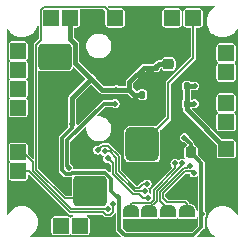
<source format=gbr>
%TF.GenerationSoftware,KiCad,Pcbnew,8.99.0-2176-gc19aa8170b*%
%TF.CreationDate,2024-08-30T16:07:14-04:00*%
%TF.ProjectId,scampi,7363616d-7069-42e6-9b69-6361645f7063,rev?*%
%TF.SameCoordinates,Original*%
%TF.FileFunction,Copper,L2,Bot*%
%TF.FilePolarity,Positive*%
%FSLAX46Y46*%
G04 Gerber Fmt 4.6, Leading zero omitted, Abs format (unit mm)*
G04 Created by KiCad (PCBNEW 8.99.0-2176-gc19aa8170b) date 2024-08-30 16:07:14*
%MOMM*%
%LPD*%
G01*
G04 APERTURE LIST*
G04 Aperture macros list*
%AMRoundRect*
0 Rectangle with rounded corners*
0 $1 Rounding radius*
0 $2 $3 $4 $5 $6 $7 $8 $9 X,Y pos of 4 corners*
0 Add a 4 corners polygon primitive as box body*
4,1,4,$2,$3,$4,$5,$6,$7,$8,$9,$2,$3,0*
0 Add four circle primitives for the rounded corners*
1,1,$1+$1,$2,$3*
1,1,$1+$1,$4,$5*
1,1,$1+$1,$6,$7*
1,1,$1+$1,$8,$9*
0 Add four rect primitives between the rounded corners*
20,1,$1+$1,$2,$3,$4,$5,0*
20,1,$1+$1,$4,$5,$6,$7,0*
20,1,$1+$1,$6,$7,$8,$9,0*
20,1,$1+$1,$8,$9,$2,$3,0*%
%AMFreePoly0*
4,1,19,0.500000,-0.675000,0.000000,-0.675000,0.000000,-0.669911,-0.071157,-0.669911,-0.207708,-0.629816,-0.327430,-0.552875,-0.420627,-0.445320,-0.479746,-0.315866,-0.500000,-0.175000,-0.500000,0.175000,-0.479746,0.315866,-0.420627,0.445320,-0.327430,0.552875,-0.207708,0.629816,-0.071157,0.669911,0.000000,0.669911,0.000000,0.675000,0.500000,0.675000,0.500000,-0.675000,0.500000,-0.675000,
$1*%
%AMFreePoly1*
4,1,19,0.000000,0.669911,0.071157,0.669911,0.207708,0.629816,0.327430,0.552875,0.420627,0.445320,0.479746,0.315866,0.500000,0.175000,0.500000,-0.175000,0.479746,-0.315866,0.420627,-0.445320,0.327430,-0.552875,0.207708,-0.629816,0.071157,-0.669911,0.000000,-0.669911,0.000000,-0.675000,-0.500000,-0.675000,-0.500000,0.675000,0.000000,0.675000,0.000000,0.669911,0.000000,0.669911,
$1*%
G04 Aperture macros list end*
%TA.AperFunction,ComponentPad*%
%ADD10RoundRect,0.210000X-0.490000X-0.490000X0.490000X-0.490000X0.490000X0.490000X-0.490000X0.490000X0*%
%TD*%
%TA.AperFunction,ComponentPad*%
%ADD11RoundRect,0.210000X0.490000X0.490000X-0.490000X0.490000X-0.490000X-0.490000X0.490000X-0.490000X0*%
%TD*%
%TA.AperFunction,SMDPad,CuDef*%
%ADD12RoundRect,0.140000X0.140000X0.170000X-0.140000X0.170000X-0.140000X-0.170000X0.140000X-0.170000X0*%
%TD*%
%TA.AperFunction,SMDPad,CuDef*%
%ADD13FreePoly0,90.000000*%
%TD*%
%TA.AperFunction,SMDPad,CuDef*%
%ADD14FreePoly1,90.000000*%
%TD*%
%TA.AperFunction,SMDPad,CuDef*%
%ADD15RoundRect,0.275000X1.125000X0.825000X-1.125000X0.825000X-1.125000X-0.825000X1.125000X-0.825000X0*%
%TD*%
%TA.AperFunction,SMDPad,CuDef*%
%ADD16RoundRect,0.350000X1.050000X1.050000X-1.050000X1.050000X-1.050000X-1.050000X1.050000X-1.050000X0*%
%TD*%
%TA.AperFunction,SMDPad,CuDef*%
%ADD17RoundRect,0.325000X1.075000X0.975000X-1.075000X0.975000X-1.075000X-0.975000X1.075000X-0.975000X0*%
%TD*%
%TA.AperFunction,SMDPad,CuDef*%
%ADD18RoundRect,0.140000X-0.140000X-0.170000X0.140000X-0.170000X0.140000X0.170000X-0.140000X0.170000X0*%
%TD*%
%TA.AperFunction,SMDPad,CuDef*%
%ADD19RoundRect,0.225000X0.250000X-0.225000X0.250000X0.225000X-0.250000X0.225000X-0.250000X-0.225000X0*%
%TD*%
%TA.AperFunction,SMDPad,CuDef*%
%ADD20RoundRect,0.225000X0.225000X0.250000X-0.225000X0.250000X-0.225000X-0.250000X0.225000X-0.250000X0*%
%TD*%
%TA.AperFunction,ViaPad*%
%ADD21C,0.500000*%
%TD*%
%TA.AperFunction,Conductor*%
%ADD22C,0.300000*%
%TD*%
%TA.AperFunction,Conductor*%
%ADD23C,0.400000*%
%TD*%
%TA.AperFunction,Conductor*%
%ADD24C,0.200000*%
%TD*%
%TA.AperFunction,Conductor*%
%ADD25C,0.127000*%
%TD*%
G04 APERTURE END LIST*
D10*
%TO.P,TP9,1,1*%
%TO.N,Net-(C14-Pad2)*%
X144400000Y-103800000D03*
%TD*%
%TO.P,SPKR-1,1,1*%
%TO.N,Net-(U2-SPKR-)*%
X156800000Y-90800000D03*
%TD*%
%TO.P,TP17,1,1*%
%TO.N,GND*%
X145200000Y-86200000D03*
%TD*%
%TO.P,TP3,1,1*%
%TO.N,/C_IN*%
X139200000Y-90600000D03*
%TD*%
%TO.P,SPKL+1,1,1*%
%TO.N,Net-(U2-SPKL+)*%
X156800000Y-93400000D03*
%TD*%
%TO.P,TP13,1,1*%
%TO.N,GND*%
X146000000Y-103800000D03*
%TD*%
%TO.P,TP1,1,1*%
%TO.N,VDDIO_EXT*%
X142000000Y-86200000D03*
%TD*%
%TO.P,SPKR+1,1,1*%
%TO.N,Net-(U2-SPKR+)*%
X156800000Y-89200000D03*
%TD*%
%TO.P,TP6,1,1*%
%TO.N,GND*%
X156809832Y-99035239D03*
%TD*%
%TO.P,TP8,1,1*%
%TO.N,Net-(C13-Pad2)*%
X142800000Y-103800000D03*
%TD*%
%TO.P,DET1,1,1*%
%TO.N,/HPS*%
X147400000Y-86200000D03*
%TD*%
%TO.P,HPR1,1,1*%
%TO.N,/HPR*%
X152200000Y-86200000D03*
%TD*%
%TO.P,TP16,1,1*%
%TO.N,GND*%
X139200000Y-95400000D03*
%TD*%
%TO.P,TP15,1,1*%
%TO.N,GND*%
X139200000Y-100800000D03*
%TD*%
%TO.P,TP2,1,1*%
%TO.N,/D_IN*%
X139200000Y-89000000D03*
%TD*%
%TO.P,TP18,1,1*%
%TO.N,+3V3*%
X143600000Y-86200000D03*
%TD*%
%TO.P,TP5,1,1*%
%TO.N,/M_IN*%
X139200000Y-93800000D03*
%TD*%
%TO.P,SPVDD1,1,1*%
%TO.N,SPVDD*%
X156809832Y-97285239D03*
%TD*%
%TO.P,SPKL-1,1,1*%
%TO.N,Net-(U2-SPKL-)*%
X156800000Y-95000000D03*
%TD*%
%TO.P,TP4,1,1*%
%TO.N,/W_IN*%
X139200000Y-92200000D03*
%TD*%
D11*
%TO.P,VOL+1,1,1*%
%TO.N,Net-(U3-PC0)*%
X139200000Y-99200000D03*
%TD*%
%TO.P,VOL-1,1,1*%
%TO.N,Net-(U3-PC1)*%
X139200000Y-97600000D03*
%TD*%
D10*
%TO.P,HPL1,1,1*%
%TO.N,/HPL*%
X154000000Y-86200000D03*
%TD*%
D12*
%TO.P,C12,1*%
%TO.N,SPVDD*%
X153460000Y-93475411D03*
%TO.P,C12,2*%
%TO.N,GND*%
X152500000Y-93475411D03*
%TD*%
D13*
%TO.P,JP3,1,A*%
%TO.N,GND*%
X150300000Y-103800000D03*
D14*
%TO.P,JP3,2,B*%
%TO.N,Net-(JP3-B)*%
X150300000Y-102600000D03*
%TD*%
D15*
%TO.P,J1,R*%
%TO.N,/HPR*%
X142300000Y-89500000D03*
%TO.P,J1,S*%
%TO.N,GND*%
X149700000Y-87500000D03*
D16*
%TO.P,J1,T*%
%TO.N,/HPL*%
X149700000Y-96900000D03*
D17*
%TO.P,J1,TN*%
%TO.N,/HPS*%
X145250000Y-100900000D03*
%TD*%
D13*
%TO.P,JP4,1,A*%
%TO.N,GND*%
X148700000Y-103800000D03*
D14*
%TO.P,JP4,2,B*%
%TO.N,Net-(JP4-B)*%
X148700000Y-102600000D03*
%TD*%
D13*
%TO.P,JP1,1,A*%
%TO.N,GND*%
X153500000Y-103800000D03*
D14*
%TO.P,JP1,2,B*%
%TO.N,Net-(JP1-B)*%
X153500000Y-102600000D03*
%TD*%
D18*
%TO.P,C10,1*%
%TO.N,+3V3*%
X149704518Y-92703604D03*
%TO.P,C10,2*%
%TO.N,GND*%
X150664518Y-92703604D03*
%TD*%
D19*
%TO.P,C7,1*%
%TO.N,+3V3*%
X151900000Y-90100000D03*
%TO.P,C7,2*%
%TO.N,GND*%
X151900000Y-88550000D03*
%TD*%
D13*
%TO.P,JP2,1,A*%
%TO.N,GND*%
X151900000Y-103800000D03*
D14*
%TO.P,JP2,2,B*%
%TO.N,Net-(JP2-B)*%
X151900000Y-102600000D03*
%TD*%
D20*
%TO.P,C6,1*%
%TO.N,+3V3*%
X153800000Y-97600000D03*
%TO.P,C6,2*%
%TO.N,GND*%
X152250000Y-97600000D03*
%TD*%
D12*
%TO.P,C11,1*%
%TO.N,SPVDD*%
X153460000Y-91975000D03*
%TO.P,C11,2*%
%TO.N,GND*%
X152500000Y-91975000D03*
%TD*%
D21*
%TO.N,+3V3*%
X147600000Y-101400000D03*
X147500000Y-92300000D03*
X145370252Y-91365975D03*
X150863030Y-90416189D03*
X153259726Y-96345912D03*
X154725846Y-102825846D03*
X143753582Y-95200000D03*
%TO.N,GND*%
X150700000Y-93700000D03*
X147440654Y-95979910D03*
X142261759Y-96168783D03*
X144758013Y-98647601D03*
X147094782Y-103833576D03*
X155498919Y-98731486D03*
X142300000Y-93700000D03*
X145085950Y-93820247D03*
X152450000Y-100700000D03*
X152100000Y-95200000D03*
X142000000Y-91300000D03*
X141256137Y-94357826D03*
X152971168Y-88981605D03*
X140241844Y-89830053D03*
X151108511Y-99326512D03*
X156250000Y-101500000D03*
X149380083Y-89024619D03*
X146114003Y-87137759D03*
X149329349Y-95000000D03*
X142800000Y-94900000D03*
X146054319Y-98049657D03*
X148174056Y-87887700D03*
X147913948Y-90397485D03*
X151617931Y-87646035D03*
X140245146Y-93007561D03*
X148700000Y-103800000D03*
X141650000Y-102300000D03*
X145153755Y-96804741D03*
X157150000Y-100300000D03*
X155809233Y-92092842D03*
X155122260Y-88016203D03*
X141400000Y-104000000D03*
X148614508Y-85537234D03*
X150600000Y-85800000D03*
X140413992Y-87945835D03*
X142266406Y-99773099D03*
X140200000Y-96500000D03*
X153775765Y-90928940D03*
X143317518Y-100823592D03*
X148284351Y-98632488D03*
X140800000Y-101600000D03*
%TO.N,+1V8*%
X147392781Y-93483309D03*
X143450000Y-98900000D03*
%TO.N,SPVDD*%
X154119756Y-91969043D03*
X154100000Y-93475411D03*
%TO.N,SCL*%
X146764724Y-98109168D03*
X150213060Y-101443252D03*
%TO.N,SDA*%
X149900000Y-100900000D03*
X146534121Y-97517784D03*
%TO.N,/HPS*%
X145100000Y-99895957D03*
%TO.N,/HPR*%
X143400000Y-89400000D03*
%TO.N,RES*%
X150094689Y-100259952D03*
X145916702Y-97402483D03*
%TO.N,Net-(JP3-B)*%
X153072451Y-98484931D03*
%TO.N,Net-(JP1-B)*%
X154078546Y-99332983D03*
%TO.N,Net-(JP2-B)*%
X153713381Y-98729789D03*
%TO.N,Net-(JP4-B)*%
X152447901Y-98540324D03*
%TO.N,Net-(U3-PC0)*%
X147208323Y-101991841D03*
%TO.N,Net-(U3-PC1)*%
X146760575Y-102430764D03*
%TD*%
D22*
%TO.N,+3V3*%
X143753582Y-95200000D02*
X143753582Y-95542548D01*
D23*
X148600000Y-92300000D02*
X148600000Y-91650000D01*
X149833811Y-90416189D02*
X150863030Y-90416189D01*
X148600000Y-91650000D02*
X149833811Y-90416189D01*
X145370252Y-91365975D02*
X144027000Y-90022723D01*
X150802839Y-90402839D02*
X151105678Y-90100000D01*
X148600000Y-92300000D02*
X147500000Y-92300000D01*
D22*
X143231709Y-99427000D02*
X143668291Y-99427000D01*
D23*
X144027000Y-90022723D02*
X144027000Y-88418022D01*
D22*
X147743000Y-104129349D02*
X148213651Y-104600000D01*
X154700000Y-98500000D02*
X153800000Y-97600000D01*
D23*
X143753582Y-95200000D02*
X143753582Y-92982645D01*
D22*
X143753582Y-95542548D02*
X142900000Y-96396130D01*
D23*
X146304277Y-92300000D02*
X147500000Y-92300000D01*
D22*
X143668291Y-99427000D02*
X143772291Y-99323000D01*
X147075679Y-100875679D02*
X147743000Y-101543000D01*
X143772291Y-99323000D02*
X146574358Y-99323000D01*
X153800000Y-97600000D02*
X153800000Y-96900000D01*
D23*
X149003604Y-92703604D02*
X148600000Y-92300000D01*
D22*
X146574358Y-99323000D02*
X147075679Y-99824321D01*
D23*
X143600000Y-87991022D02*
X143600000Y-86200000D01*
X151105678Y-90100000D02*
X151900000Y-90100000D01*
D22*
X147075679Y-99824321D02*
X147075679Y-100875679D01*
D23*
X143753582Y-92982645D02*
X145370252Y-91365975D01*
D22*
X142900000Y-96396130D02*
X142900000Y-99095291D01*
X148213651Y-104600000D02*
X154000000Y-104600000D01*
X154000000Y-104600000D02*
X154700000Y-103900000D01*
X142900000Y-99095291D02*
X143231709Y-99427000D01*
D23*
X145370252Y-91365975D02*
X146304277Y-92300000D01*
D22*
X154700000Y-103900000D02*
X154700000Y-98500000D01*
D23*
X149704518Y-92703604D02*
X149003604Y-92703604D01*
X144027000Y-88418022D02*
X143600000Y-87991022D01*
D22*
X153800000Y-96900000D02*
X153250000Y-96350000D01*
X147743000Y-101543000D02*
X147743000Y-104129349D01*
%TO.N,+1V8*%
X143327000Y-96573000D02*
X143327000Y-98777000D01*
X147392781Y-93483309D02*
X146416691Y-93483309D01*
X146416691Y-93483309D02*
X143327000Y-96573000D01*
X143327000Y-98777000D02*
X143450000Y-98900000D01*
D23*
%TO.N,SPVDD*%
X153465957Y-91969043D02*
X153460000Y-91975000D01*
X153956038Y-93475411D02*
X153460000Y-93475411D01*
X156809832Y-97285239D02*
X156785239Y-97285239D01*
D24*
X153955627Y-93475000D02*
X153956038Y-93475411D01*
D23*
X153975794Y-91969043D02*
X153465957Y-91969043D01*
D24*
X153969837Y-91975000D02*
X153975794Y-91969043D01*
D23*
X156785239Y-97285239D02*
X153460000Y-93960000D01*
X153460000Y-93960000D02*
X153460000Y-93475411D01*
X153460000Y-93475411D02*
X153460000Y-91975000D01*
D25*
%TO.N,SCL*%
X149454000Y-101154000D02*
X148935580Y-101154000D01*
X149743252Y-101443252D02*
X149454000Y-101154000D01*
X147192000Y-99410420D02*
X147192000Y-98536444D01*
X150213060Y-101443252D02*
X149743252Y-101443252D01*
X148935580Y-101154000D02*
X147192000Y-99410420D01*
X147192000Y-98536444D02*
X146764724Y-98109168D01*
%TO.N,SDA*%
X146534121Y-97517784D02*
X146917784Y-97517784D01*
X149040790Y-100900000D02*
X149900000Y-100900000D01*
X147446000Y-99305210D02*
X149040790Y-100900000D01*
X147446000Y-98046000D02*
X147446000Y-99305210D01*
X146917784Y-97517784D02*
X147446000Y-98046000D01*
%TO.N,/HPS*%
X143118420Y-101500000D02*
X140700000Y-99081580D01*
X140700000Y-99081580D02*
X140700000Y-88484064D01*
X141100000Y-88084064D02*
X141100000Y-85547790D01*
X141347790Y-85300000D02*
X146500000Y-85300000D01*
X144650000Y-101500000D02*
X143118420Y-101500000D01*
X141100000Y-85547790D02*
X141347790Y-85300000D01*
X145250000Y-100900000D02*
X144650000Y-101500000D01*
X146500000Y-85300000D02*
X147400000Y-86200000D01*
X140700000Y-88484064D02*
X141100000Y-88084064D01*
D24*
%TO.N,/HPL*%
X154000000Y-86200000D02*
X154000000Y-89642102D01*
X154000000Y-89642102D02*
X151900000Y-91742102D01*
X151900000Y-94700000D02*
X149700000Y-96900000D01*
X151900000Y-91742102D02*
X151900000Y-94700000D01*
D25*
%TO.N,RES*%
X149740048Y-100259952D02*
X150094689Y-100259952D01*
X146284922Y-97034263D02*
X146819982Y-97034263D01*
X147700000Y-99200000D02*
X149100000Y-100600000D01*
X149100000Y-100600000D02*
X149400000Y-100600000D01*
X149400000Y-100600000D02*
X149740048Y-100259952D01*
X145916702Y-97402483D02*
X146284922Y-97034263D01*
X146819982Y-97034263D02*
X147700000Y-97914281D01*
X147700000Y-97914281D02*
X147700000Y-99200000D01*
%TO.N,Net-(JP3-B)*%
X153072451Y-98686759D02*
X153072451Y-98484931D01*
X150300000Y-102338484D02*
X150907560Y-101730924D01*
X150907560Y-100851650D02*
X153072451Y-98686759D01*
X150907560Y-101730924D02*
X150907560Y-100851650D01*
X150300000Y-102600000D02*
X150300000Y-102338484D01*
%TO.N,Net-(JP1-B)*%
X151454000Y-101454000D02*
X151454000Y-101023630D01*
X153500000Y-102000000D02*
X153300000Y-101800000D01*
X153300000Y-101800000D02*
X151800000Y-101800000D01*
X151454000Y-101023630D02*
X153277630Y-99200000D01*
X153277630Y-99200000D02*
X153945563Y-99200000D01*
X151800000Y-101800000D02*
X151454000Y-101454000D01*
X153500000Y-102600000D02*
X153500000Y-102000000D01*
X153945563Y-99200000D02*
X154078546Y-99332983D01*
%TO.N,Net-(JP2-B)*%
X153713381Y-98729789D02*
X153517739Y-98925431D01*
X151200000Y-101700000D02*
X151900000Y-102400000D01*
X151900000Y-102400000D02*
X151900000Y-102600000D01*
X151200000Y-100918420D02*
X151200000Y-101700000D01*
X153192989Y-98925431D02*
X151200000Y-100918420D01*
X153517739Y-98925431D02*
X153192989Y-98925431D01*
%TO.N,Net-(JP4-B)*%
X150395522Y-101883752D02*
X150653560Y-101625714D01*
X150653560Y-100746440D02*
X152447901Y-98952099D01*
X148700000Y-102600000D02*
X148700000Y-102000000D01*
X152447901Y-98952099D02*
X152447901Y-98540324D01*
X148700000Y-102000000D02*
X148816248Y-101883752D01*
X150653560Y-101625714D02*
X150653560Y-100746440D01*
X148816248Y-101883752D02*
X150395522Y-101883752D01*
%TO.N,Net-(U3-PC0)*%
X146943037Y-102871264D02*
X147208323Y-102605978D01*
X147208323Y-102605978D02*
X147208323Y-101991841D01*
X146578113Y-102871264D02*
X146943037Y-102871264D01*
X143584764Y-102684764D02*
X146391613Y-102684764D01*
X139200000Y-99200000D02*
X140100000Y-99200000D01*
X140100000Y-99200000D02*
X143584764Y-102684764D01*
X146391613Y-102684764D02*
X146578113Y-102871264D01*
%TO.N,Net-(U3-PC1)*%
X139600000Y-97600000D02*
X139200000Y-97600000D01*
X140400000Y-98400000D02*
X139600000Y-97600000D01*
X143689974Y-102430764D02*
X140400000Y-99140790D01*
X146760575Y-102430764D02*
X143689974Y-102430764D01*
X140400000Y-99140790D02*
X140400000Y-98400000D01*
%TD*%
%TA.AperFunction,Conductor*%
%TO.N,GND*%
G36*
X140900627Y-86902958D02*
G01*
X140909000Y-86934208D01*
X140909000Y-87979060D01*
X140890694Y-88023254D01*
X140583015Y-88330932D01*
X140583016Y-88330933D01*
X140538077Y-88375872D01*
X140509000Y-88446072D01*
X140509000Y-98087997D01*
X140490694Y-98132191D01*
X140446500Y-98150497D01*
X140402306Y-98132191D01*
X140045805Y-97775690D01*
X140027499Y-97731496D01*
X140027499Y-97070464D01*
X140027499Y-97070456D01*
X140021029Y-97021301D01*
X139970728Y-96913432D01*
X139970727Y-96913431D01*
X139970727Y-96913430D01*
X139886569Y-96829272D01*
X139778698Y-96778970D01*
X139729545Y-96772500D01*
X138670464Y-96772500D01*
X138670462Y-96772500D01*
X138670456Y-96772501D01*
X138621301Y-96778971D01*
X138621299Y-96778971D01*
X138621298Y-96778972D01*
X138513430Y-96829272D01*
X138513430Y-96829273D01*
X138429273Y-96913430D01*
X138429272Y-96913430D01*
X138378970Y-97021301D01*
X138372500Y-97070448D01*
X138372500Y-98129535D01*
X138372500Y-98129536D01*
X138372501Y-98129544D01*
X138378971Y-98178699D01*
X138378972Y-98178701D01*
X138429272Y-98286569D01*
X138498509Y-98355806D01*
X138516815Y-98400000D01*
X138498509Y-98444194D01*
X138429273Y-98513430D01*
X138429272Y-98513430D01*
X138378970Y-98621301D01*
X138372500Y-98670448D01*
X138372500Y-99729535D01*
X138372500Y-99729536D01*
X138372501Y-99729544D01*
X138378971Y-99778699D01*
X138378972Y-99778701D01*
X138429272Y-99886569D01*
X138513430Y-99970727D01*
X138513431Y-99970727D01*
X138513432Y-99970728D01*
X138621301Y-100021029D01*
X138670455Y-100027500D01*
X139729544Y-100027499D01*
X139778699Y-100021029D01*
X139886568Y-99970728D01*
X139886569Y-99970727D01*
X139886570Y-99970727D01*
X139970727Y-99886570D01*
X139970727Y-99886569D01*
X139970728Y-99886568D01*
X140021029Y-99778699D01*
X140027500Y-99729545D01*
X140027499Y-99548500D01*
X140045805Y-99504308D01*
X140089999Y-99486002D01*
X140134193Y-99504308D01*
X143476571Y-102846686D01*
X143546772Y-102875764D01*
X143622756Y-102875764D01*
X143760711Y-102875764D01*
X143804905Y-102894070D01*
X143823211Y-102938264D01*
X143804905Y-102982458D01*
X143787125Y-102994908D01*
X143713430Y-103029272D01*
X143713430Y-103029273D01*
X143644194Y-103098509D01*
X143600000Y-103116815D01*
X143555806Y-103098509D01*
X143486569Y-103029272D01*
X143378698Y-102978970D01*
X143329545Y-102972500D01*
X142270464Y-102972500D01*
X142270462Y-102972500D01*
X142270456Y-102972501D01*
X142221301Y-102978971D01*
X142221299Y-102978971D01*
X142221298Y-102978972D01*
X142113430Y-103029272D01*
X142113430Y-103029273D01*
X142029273Y-103113430D01*
X142029272Y-103113430D01*
X141978970Y-103221301D01*
X141972500Y-103270448D01*
X141972500Y-104329535D01*
X141972500Y-104329536D01*
X141972501Y-104329544D01*
X141978971Y-104378699D01*
X141978972Y-104378701D01*
X142029272Y-104486569D01*
X142113430Y-104570727D01*
X142113431Y-104570727D01*
X142113432Y-104570728D01*
X142221301Y-104621029D01*
X142270455Y-104627500D01*
X143329544Y-104627499D01*
X143378699Y-104621029D01*
X143486568Y-104570728D01*
X143486569Y-104570727D01*
X143486570Y-104570727D01*
X143555806Y-104501491D01*
X143600000Y-104483185D01*
X143644194Y-104501491D01*
X143713430Y-104570727D01*
X143713431Y-104570727D01*
X143713432Y-104570728D01*
X143821301Y-104621029D01*
X143870455Y-104627500D01*
X144929544Y-104627499D01*
X144978699Y-104621029D01*
X145086568Y-104570728D01*
X145086569Y-104570727D01*
X145086570Y-104570727D01*
X145170727Y-104486570D01*
X145170727Y-104486569D01*
X145170728Y-104486568D01*
X145221029Y-104378699D01*
X145227500Y-104329545D01*
X145227499Y-103270456D01*
X145221029Y-103221301D01*
X145170728Y-103113432D01*
X145170727Y-103113431D01*
X145170727Y-103113430D01*
X145086569Y-103029272D01*
X145012875Y-102994908D01*
X144980558Y-102959640D01*
X144982645Y-102911850D01*
X145017913Y-102879533D01*
X145039289Y-102875764D01*
X146286610Y-102875764D01*
X146330804Y-102894070D01*
X146469920Y-103033186D01*
X146540121Y-103062264D01*
X146540123Y-103062264D01*
X146981027Y-103062264D01*
X146981029Y-103062264D01*
X147051230Y-103033186D01*
X147358806Y-102725610D01*
X147403000Y-102707304D01*
X147447194Y-102725610D01*
X147465500Y-102769804D01*
X147465500Y-104088973D01*
X147465499Y-104088991D01*
X147465499Y-104165888D01*
X147484410Y-104236458D01*
X147484411Y-104236460D01*
X147520943Y-104299737D01*
X147914012Y-104692806D01*
X147932318Y-104737000D01*
X147914012Y-104781194D01*
X147869818Y-104799500D01*
X140190689Y-104799500D01*
X140146495Y-104781194D01*
X140128189Y-104737000D01*
X140146495Y-104692806D01*
X140164275Y-104680356D01*
X140168072Y-104678585D01*
X140177830Y-104674035D01*
X140371401Y-104538495D01*
X140538495Y-104371401D01*
X140674035Y-104177830D01*
X140773903Y-103963663D01*
X140835063Y-103735408D01*
X140855659Y-103500000D01*
X140835063Y-103264592D01*
X140831369Y-103250806D01*
X140773904Y-103036340D01*
X140773903Y-103036338D01*
X140772433Y-103033186D01*
X140674035Y-102822171D01*
X140598413Y-102714171D01*
X140538494Y-102628597D01*
X140371402Y-102461505D01*
X140207954Y-102347058D01*
X140177830Y-102325965D01*
X140177828Y-102325964D01*
X140177830Y-102325964D01*
X139963661Y-102226096D01*
X139963659Y-102226095D01*
X139735420Y-102164939D01*
X139735404Y-102164936D01*
X139500002Y-102144341D01*
X139499998Y-102144341D01*
X139264595Y-102164936D01*
X139264579Y-102164939D01*
X139036340Y-102226095D01*
X139036338Y-102226096D01*
X138822171Y-102325964D01*
X138628597Y-102461505D01*
X138461505Y-102628597D01*
X138325965Y-102822169D01*
X138319644Y-102835726D01*
X138284375Y-102868042D01*
X138236585Y-102865955D01*
X138204269Y-102830686D01*
X138200500Y-102809311D01*
X138200500Y-88470448D01*
X138372500Y-88470448D01*
X138372500Y-89529535D01*
X138372500Y-89529536D01*
X138372501Y-89529544D01*
X138378971Y-89578699D01*
X138378972Y-89578701D01*
X138429272Y-89686569D01*
X138498509Y-89755806D01*
X138516815Y-89800000D01*
X138498509Y-89844194D01*
X138429273Y-89913430D01*
X138429272Y-89913430D01*
X138378970Y-90021301D01*
X138372500Y-90070448D01*
X138372500Y-91129535D01*
X138372500Y-91129536D01*
X138372501Y-91129544D01*
X138378971Y-91178699D01*
X138378972Y-91178701D01*
X138429272Y-91286569D01*
X138498509Y-91355806D01*
X138516815Y-91400000D01*
X138498509Y-91444194D01*
X138429273Y-91513430D01*
X138429272Y-91513430D01*
X138378970Y-91621301D01*
X138372500Y-91670448D01*
X138372500Y-92729535D01*
X138372500Y-92729536D01*
X138372501Y-92729544D01*
X138378971Y-92778699D01*
X138380302Y-92781554D01*
X138429272Y-92886569D01*
X138498509Y-92955806D01*
X138516815Y-93000000D01*
X138498509Y-93044194D01*
X138429273Y-93113430D01*
X138429272Y-93113430D01*
X138378970Y-93221301D01*
X138372500Y-93270448D01*
X138372500Y-94329535D01*
X138372500Y-94329536D01*
X138372501Y-94329544D01*
X138378971Y-94378699D01*
X138378972Y-94378701D01*
X138429272Y-94486569D01*
X138513430Y-94570727D01*
X138513431Y-94570727D01*
X138513432Y-94570728D01*
X138621301Y-94621029D01*
X138670455Y-94627500D01*
X139729544Y-94627499D01*
X139778699Y-94621029D01*
X139886568Y-94570728D01*
X139886569Y-94570727D01*
X139886570Y-94570727D01*
X139970727Y-94486570D01*
X139970727Y-94486569D01*
X139970728Y-94486568D01*
X140021029Y-94378699D01*
X140027500Y-94329545D01*
X140027499Y-93270456D01*
X140021029Y-93221301D01*
X139970728Y-93113432D01*
X139970727Y-93113431D01*
X139970727Y-93113430D01*
X139901491Y-93044194D01*
X139883185Y-93000000D01*
X139901491Y-92955806D01*
X139970727Y-92886570D01*
X139970727Y-92886569D01*
X139970728Y-92886568D01*
X140021029Y-92778699D01*
X140027500Y-92729545D01*
X140027499Y-91670456D01*
X140021029Y-91621301D01*
X139970728Y-91513432D01*
X139970727Y-91513431D01*
X139970727Y-91513430D01*
X139901491Y-91444194D01*
X139883185Y-91400000D01*
X139901491Y-91355806D01*
X139970727Y-91286570D01*
X139970727Y-91286569D01*
X139970728Y-91286568D01*
X140021029Y-91178699D01*
X140027500Y-91129545D01*
X140027499Y-90070456D01*
X140021029Y-90021301D01*
X139970728Y-89913432D01*
X139970727Y-89913431D01*
X139970727Y-89913430D01*
X139901491Y-89844194D01*
X139883185Y-89800000D01*
X139901491Y-89755806D01*
X139970727Y-89686570D01*
X139970727Y-89686569D01*
X139970728Y-89686568D01*
X140021029Y-89578699D01*
X140027500Y-89529545D01*
X140027499Y-88470456D01*
X140021029Y-88421301D01*
X139970728Y-88313432D01*
X139970727Y-88313431D01*
X139970727Y-88313430D01*
X139886569Y-88229272D01*
X139778698Y-88178970D01*
X139729545Y-88172500D01*
X138670464Y-88172500D01*
X138670462Y-88172500D01*
X138670456Y-88172501D01*
X138621301Y-88178971D01*
X138621299Y-88178971D01*
X138621298Y-88178972D01*
X138513430Y-88229272D01*
X138513430Y-88229273D01*
X138429273Y-88313430D01*
X138429272Y-88313430D01*
X138378970Y-88421301D01*
X138372500Y-88470448D01*
X138200500Y-88470448D01*
X138200500Y-87190688D01*
X138218806Y-87146494D01*
X138263000Y-87128188D01*
X138307194Y-87146494D01*
X138319645Y-87164276D01*
X138325964Y-87177829D01*
X138461505Y-87371402D01*
X138628597Y-87538494D01*
X138699020Y-87587804D01*
X138822170Y-87674035D01*
X138822169Y-87674035D01*
X138929253Y-87723969D01*
X139036337Y-87773903D01*
X139036339Y-87773903D01*
X139036340Y-87773904D01*
X139264579Y-87835060D01*
X139264585Y-87835061D01*
X139264592Y-87835063D01*
X139405836Y-87847420D01*
X139499998Y-87855659D01*
X139500000Y-87855659D01*
X139500002Y-87855659D01*
X139578469Y-87848793D01*
X139735408Y-87835063D01*
X139735417Y-87835060D01*
X139735420Y-87835060D01*
X139963659Y-87773904D01*
X139963658Y-87773904D01*
X139963663Y-87773903D01*
X140177830Y-87674035D01*
X140371401Y-87538495D01*
X140538495Y-87371401D01*
X140674035Y-87177830D01*
X140773903Y-86963663D01*
X140778021Y-86948296D01*
X140786130Y-86918032D01*
X140815250Y-86880081D01*
X140862676Y-86873838D01*
X140900627Y-86902958D01*
G37*
%TD.AperFunction*%
%TA.AperFunction,Conductor*%
G36*
X155853506Y-85218806D02*
G01*
X155871812Y-85263000D01*
X155853506Y-85307194D01*
X155835726Y-85319644D01*
X155822171Y-85325964D01*
X155628597Y-85461505D01*
X155461505Y-85628597D01*
X155325964Y-85822171D01*
X155226096Y-86036338D01*
X155226095Y-86036340D01*
X155164939Y-86264579D01*
X155164936Y-86264595D01*
X155144341Y-86499997D01*
X155144341Y-86500002D01*
X155164936Y-86735404D01*
X155164939Y-86735420D01*
X155226095Y-86963659D01*
X155226096Y-86963661D01*
X155325964Y-87177829D01*
X155461505Y-87371402D01*
X155628597Y-87538494D01*
X155699020Y-87587804D01*
X155822170Y-87674035D01*
X155822169Y-87674035D01*
X155929253Y-87723969D01*
X156036337Y-87773903D01*
X156036339Y-87773903D01*
X156036340Y-87773904D01*
X156264579Y-87835060D01*
X156264585Y-87835061D01*
X156264592Y-87835063D01*
X156405836Y-87847420D01*
X156499998Y-87855659D01*
X156500000Y-87855659D01*
X156500002Y-87855659D01*
X156578469Y-87848793D01*
X156735408Y-87835063D01*
X156735417Y-87835060D01*
X156735420Y-87835060D01*
X156963659Y-87773904D01*
X156963658Y-87773904D01*
X156963663Y-87773903D01*
X157177830Y-87674035D01*
X157371401Y-87538495D01*
X157538495Y-87371401D01*
X157674035Y-87177830D01*
X157680355Y-87164275D01*
X157715622Y-87131958D01*
X157763412Y-87134043D01*
X157795730Y-87169310D01*
X157799500Y-87190688D01*
X157799500Y-102809311D01*
X157781194Y-102853505D01*
X157737000Y-102871811D01*
X157692806Y-102853505D01*
X157680356Y-102835726D01*
X157674034Y-102822169D01*
X157538494Y-102628597D01*
X157371402Y-102461505D01*
X157207954Y-102347058D01*
X157177830Y-102325965D01*
X157177828Y-102325964D01*
X157177830Y-102325964D01*
X156963661Y-102226096D01*
X156963659Y-102226095D01*
X156735420Y-102164939D01*
X156735404Y-102164936D01*
X156500002Y-102144341D01*
X156499998Y-102144341D01*
X156264595Y-102164936D01*
X156264579Y-102164939D01*
X156036340Y-102226095D01*
X156036338Y-102226096D01*
X155822171Y-102325964D01*
X155628597Y-102461505D01*
X155461505Y-102628597D01*
X155325964Y-102822171D01*
X155226096Y-103036338D01*
X155226095Y-103036340D01*
X155164939Y-103264579D01*
X155164936Y-103264595D01*
X155144341Y-103499997D01*
X155144341Y-103500002D01*
X155164936Y-103735404D01*
X155164939Y-103735420D01*
X155226095Y-103963659D01*
X155226096Y-103963661D01*
X155325964Y-104177829D01*
X155461505Y-104371402D01*
X155628597Y-104538494D01*
X155674631Y-104570727D01*
X155822170Y-104674035D01*
X155822169Y-104674035D01*
X155835725Y-104680356D01*
X155868042Y-104715624D01*
X155865955Y-104763414D01*
X155830687Y-104795731D01*
X155809311Y-104799500D01*
X154343833Y-104799500D01*
X154299639Y-104781194D01*
X154281333Y-104737000D01*
X154299639Y-104692806D01*
X154568649Y-104423795D01*
X154865242Y-104127200D01*
X154865247Y-104127197D01*
X154870387Y-104122056D01*
X154870389Y-104122056D01*
X154922056Y-104070389D01*
X154958589Y-104007111D01*
X154977500Y-103936534D01*
X154977500Y-103133946D01*
X154995806Y-103089752D01*
X155002482Y-103083076D01*
X155035057Y-103050501D01*
X155089346Y-102943954D01*
X155108052Y-102825846D01*
X155089346Y-102707738D01*
X155035057Y-102601191D01*
X154995806Y-102561940D01*
X154977500Y-102517746D01*
X154977500Y-98463467D01*
X154977498Y-98463459D01*
X154966446Y-98422214D01*
X154958589Y-98392889D01*
X154922056Y-98329611D01*
X154870389Y-98277944D01*
X154868211Y-98275766D01*
X154868200Y-98275756D01*
X154395805Y-97803361D01*
X154377499Y-97759167D01*
X154377499Y-97316548D01*
X154367517Y-97248030D01*
X154367517Y-97248028D01*
X154315848Y-97142338D01*
X154232662Y-97059152D01*
X154126972Y-97007483D01*
X154126970Y-97007482D01*
X154126967Y-97007481D01*
X154122334Y-97006050D01*
X154123150Y-97003407D01*
X154089873Y-96983552D01*
X154077500Y-96946221D01*
X154077500Y-96863467D01*
X154077498Y-96863459D01*
X154058590Y-96792893D01*
X154058589Y-96792889D01*
X154022056Y-96729611D01*
X153970389Y-96677944D01*
X153968211Y-96675766D01*
X153968200Y-96675756D01*
X153656964Y-96364519D01*
X153639428Y-96330104D01*
X153623226Y-96227804D01*
X153568937Y-96121257D01*
X153484381Y-96036701D01*
X153377834Y-95982412D01*
X153259726Y-95963706D01*
X153141617Y-95982412D01*
X153141616Y-95982412D01*
X153035070Y-96036701D01*
X152950515Y-96121256D01*
X152896226Y-96227802D01*
X152896226Y-96227803D01*
X152877520Y-96345912D01*
X152896226Y-96464020D01*
X152896226Y-96464021D01*
X152930323Y-96530939D01*
X152950515Y-96570567D01*
X153035071Y-96655123D01*
X153141618Y-96709412D01*
X153211090Y-96720414D01*
X153245506Y-96737951D01*
X153439346Y-96931791D01*
X153457652Y-96975985D01*
X153439346Y-97020179D01*
X153422602Y-97032134D01*
X153367341Y-97059149D01*
X153367338Y-97059151D01*
X153284152Y-97142337D01*
X153232482Y-97248030D01*
X153222500Y-97316547D01*
X153222500Y-97883451D01*
X153232482Y-97951969D01*
X153232482Y-97951970D01*
X153232483Y-97951972D01*
X153242181Y-97971809D01*
X153274550Y-98038022D01*
X153277513Y-98085765D01*
X153245849Y-98121621D01*
X153198106Y-98124584D01*
X153191024Y-98121582D01*
X153190559Y-98121431D01*
X153072451Y-98102725D01*
X152954342Y-98121431D01*
X152954341Y-98121431D01*
X152847795Y-98175720D01*
X152776673Y-98246842D01*
X152732479Y-98265148D01*
X152688285Y-98246842D01*
X152672556Y-98231113D01*
X152566009Y-98176824D01*
X152447901Y-98158118D01*
X152329792Y-98176824D01*
X152329791Y-98176824D01*
X152223245Y-98231113D01*
X152138690Y-98315668D01*
X152084401Y-98422214D01*
X152084401Y-98422215D01*
X152065695Y-98540324D01*
X152084401Y-98658432D01*
X152084401Y-98658433D01*
X152138690Y-98764979D01*
X152207604Y-98833893D01*
X152225910Y-98878087D01*
X152207604Y-98922281D01*
X150491639Y-100638245D01*
X150491637Y-100638248D01*
X150462560Y-100708448D01*
X150462560Y-101044708D01*
X150444254Y-101088902D01*
X150400060Y-101107208D01*
X150371686Y-101100396D01*
X150331169Y-101079752D01*
X150331166Y-101079751D01*
X150317359Y-101077564D01*
X150276574Y-101052569D01*
X150265408Y-101006058D01*
X150282206Y-100900000D01*
X150263500Y-100781892D01*
X150217332Y-100691284D01*
X150213580Y-100643598D01*
X150244644Y-100607224D01*
X150319344Y-100569163D01*
X150403900Y-100484607D01*
X150458189Y-100378060D01*
X150476895Y-100259952D01*
X150458189Y-100141844D01*
X150403900Y-100035297D01*
X150319344Y-99950741D01*
X150212797Y-99896452D01*
X150094689Y-99877746D01*
X149976580Y-99896452D01*
X149976579Y-99896452D01*
X149870033Y-99950741D01*
X149785476Y-100035298D01*
X149782585Y-100039278D01*
X149781460Y-100038460D01*
X149749347Y-100065892D01*
X149730030Y-100068952D01*
X149702056Y-100068952D01*
X149631856Y-100098029D01*
X149631853Y-100098031D01*
X149339191Y-100390694D01*
X149294997Y-100409000D01*
X149205003Y-100409000D01*
X149160809Y-100390694D01*
X147909306Y-99139191D01*
X147891000Y-99094997D01*
X147891000Y-97876291D01*
X147891000Y-97876289D01*
X147861922Y-97806088D01*
X147808193Y-97752359D01*
X146928175Y-96872341D01*
X146857974Y-96843263D01*
X146322914Y-96843263D01*
X146246930Y-96843263D01*
X146176730Y-96872340D01*
X146176727Y-96872342D01*
X146035985Y-97013083D01*
X145991791Y-97031389D01*
X145982016Y-97030620D01*
X145916702Y-97020277D01*
X145798593Y-97038983D01*
X145798592Y-97038983D01*
X145692046Y-97093272D01*
X145607491Y-97177827D01*
X145553202Y-97284373D01*
X145553202Y-97284374D01*
X145534496Y-97402483D01*
X145553202Y-97520591D01*
X145553202Y-97520592D01*
X145607491Y-97627138D01*
X145692047Y-97711694D01*
X145798594Y-97765983D01*
X145916702Y-97784689D01*
X146034810Y-97765983D01*
X146139565Y-97712606D01*
X146187251Y-97708854D01*
X146221962Y-97738497D01*
X146222017Y-97738458D01*
X146222182Y-97738685D01*
X146223623Y-97739916D01*
X146224906Y-97742435D01*
X146224910Y-97742439D01*
X146309466Y-97826995D01*
X146392989Y-97869552D01*
X146424056Y-97905926D01*
X146420303Y-97953613D01*
X146401225Y-97991056D01*
X146401224Y-97991058D01*
X146382518Y-98109168D01*
X146401224Y-98227276D01*
X146401224Y-98227277D01*
X146432977Y-98289594D01*
X146455513Y-98333823D01*
X146540069Y-98418379D01*
X146646616Y-98472668D01*
X146764724Y-98491374D01*
X146764725Y-98491373D01*
X146764727Y-98491374D01*
X146764728Y-98491374D01*
X146830036Y-98481030D01*
X146876549Y-98492196D01*
X146884007Y-98498566D01*
X146982694Y-98597253D01*
X147001000Y-98641447D01*
X147001000Y-99206309D01*
X146982694Y-99250503D01*
X146938500Y-99268809D01*
X146894306Y-99250503D01*
X146744746Y-99100943D01*
X146681469Y-99064411D01*
X146681467Y-99064410D01*
X146610897Y-99045499D01*
X146610892Y-99045499D01*
X146537824Y-99045499D01*
X146533999Y-99045499D01*
X146533983Y-99045500D01*
X143882339Y-99045500D01*
X143838145Y-99027194D01*
X143819839Y-98983000D01*
X143820609Y-98973223D01*
X143832206Y-98900003D01*
X143832206Y-98900002D01*
X143826929Y-98866683D01*
X143813500Y-98781892D01*
X143759211Y-98675345D01*
X143674655Y-98590789D01*
X143638624Y-98572429D01*
X143607558Y-98536054D01*
X143604500Y-98516742D01*
X143604500Y-96713832D01*
X143622805Y-96669639D01*
X144842806Y-95449637D01*
X144887000Y-95431332D01*
X144931194Y-95449638D01*
X144949500Y-95493832D01*
X144949500Y-95703465D01*
X144989869Y-95906418D01*
X145069059Y-96097598D01*
X145069060Y-96097601D01*
X145184022Y-96269654D01*
X145330345Y-96415977D01*
X145502398Y-96530939D01*
X145502400Y-96530939D01*
X145502402Y-96530941D01*
X145693580Y-96610130D01*
X145896535Y-96650500D01*
X146103465Y-96650500D01*
X146306420Y-96610130D01*
X146497598Y-96530941D01*
X146669655Y-96415977D01*
X146815977Y-96269655D01*
X146930941Y-96097598D01*
X147010130Y-95906420D01*
X147030438Y-95804324D01*
X148172500Y-95804324D01*
X148172500Y-97995675D01*
X148178615Y-98052545D01*
X148226599Y-98181197D01*
X148226601Y-98181200D01*
X148308882Y-98291112D01*
X148308887Y-98291117D01*
X148418799Y-98373398D01*
X148418802Y-98373400D01*
X148418805Y-98373401D01*
X148547456Y-98421385D01*
X148604332Y-98427500D01*
X148604338Y-98427500D01*
X150795662Y-98427500D01*
X150795668Y-98427500D01*
X150852544Y-98421385D01*
X150981195Y-98373401D01*
X150981195Y-98373400D01*
X150981197Y-98373400D01*
X150981200Y-98373398D01*
X151091112Y-98291117D01*
X151091111Y-98291117D01*
X151091115Y-98291115D01*
X151124258Y-98246842D01*
X151173398Y-98181200D01*
X151173400Y-98181197D01*
X151182008Y-98158118D01*
X151221385Y-98052544D01*
X151227500Y-97995668D01*
X151227500Y-95804332D01*
X151221385Y-95747456D01*
X151221381Y-95747447D01*
X151220486Y-95743656D01*
X151222890Y-95743087D01*
X151224343Y-95702945D01*
X151236986Y-95684745D01*
X152092866Y-94828868D01*
X152127500Y-94745253D01*
X152127500Y-94654747D01*
X152127500Y-91862223D01*
X152145806Y-91818029D01*
X152185184Y-91778651D01*
X153052500Y-91778651D01*
X153052500Y-92171348D01*
X153068019Y-92249371D01*
X153068020Y-92249373D01*
X153121968Y-92330112D01*
X153132500Y-92364832D01*
X153132500Y-93085577D01*
X153121967Y-93120300D01*
X153068021Y-93201035D01*
X153068019Y-93201039D01*
X153052500Y-93279062D01*
X153052500Y-93671759D01*
X153068019Y-93749782D01*
X153068020Y-93749784D01*
X153121968Y-93830523D01*
X153132500Y-93865243D01*
X153132500Y-94003121D01*
X153154818Y-94086407D01*
X153154818Y-94086409D01*
X153154911Y-94086570D01*
X153197935Y-94161090D01*
X153197939Y-94161094D01*
X155964026Y-96927181D01*
X155982332Y-96971375D01*
X155982332Y-97814774D01*
X155982332Y-97814775D01*
X155982333Y-97814783D01*
X155988803Y-97863938D01*
X155988804Y-97863940D01*
X156039104Y-97971808D01*
X156123262Y-98055966D01*
X156123263Y-98055966D01*
X156123264Y-98055967D01*
X156231133Y-98106268D01*
X156280287Y-98112739D01*
X157339376Y-98112738D01*
X157388531Y-98106268D01*
X157496400Y-98055967D01*
X157496401Y-98055966D01*
X157496402Y-98055966D01*
X157580559Y-97971809D01*
X157580559Y-97971808D01*
X157580560Y-97971807D01*
X157630861Y-97863938D01*
X157637332Y-97814784D01*
X157637331Y-96755695D01*
X157630861Y-96706540D01*
X157580560Y-96598671D01*
X157580559Y-96598670D01*
X157580559Y-96598669D01*
X157496401Y-96514511D01*
X157388530Y-96464209D01*
X157339383Y-96457739D01*
X157339377Y-96457739D01*
X156446782Y-96457739D01*
X156402588Y-96439433D01*
X153894285Y-93931130D01*
X153875979Y-93886936D01*
X153894285Y-93842742D01*
X153938479Y-93824436D01*
X153966854Y-93831248D01*
X153981892Y-93838911D01*
X154100000Y-93857617D01*
X154218108Y-93838911D01*
X154324655Y-93784622D01*
X154409211Y-93700066D01*
X154463500Y-93593519D01*
X154482206Y-93475411D01*
X154463500Y-93357303D01*
X154409211Y-93250756D01*
X154324655Y-93166200D01*
X154218108Y-93111911D01*
X154100000Y-93093205D01*
X153981891Y-93111911D01*
X153981887Y-93111912D01*
X153924607Y-93141099D01*
X153896233Y-93147911D01*
X153850000Y-93147911D01*
X153805806Y-93129605D01*
X153787500Y-93085411D01*
X153787500Y-92870448D01*
X155972500Y-92870448D01*
X155972500Y-93929535D01*
X155972500Y-93929536D01*
X155972501Y-93929544D01*
X155978971Y-93978699D01*
X155978972Y-93978701D01*
X156029272Y-94086569D01*
X156098509Y-94155806D01*
X156116815Y-94200000D01*
X156098509Y-94244194D01*
X156029273Y-94313430D01*
X156029272Y-94313430D01*
X155978970Y-94421301D01*
X155972500Y-94470448D01*
X155972500Y-95529535D01*
X155972500Y-95529536D01*
X155972501Y-95529544D01*
X155978971Y-95578699D01*
X155978972Y-95578701D01*
X156029272Y-95686569D01*
X156113430Y-95770727D01*
X156113431Y-95770727D01*
X156113432Y-95770728D01*
X156221301Y-95821029D01*
X156270455Y-95827500D01*
X157329544Y-95827499D01*
X157378699Y-95821029D01*
X157486568Y-95770728D01*
X157486569Y-95770727D01*
X157486570Y-95770727D01*
X157570727Y-95686570D01*
X157570727Y-95686569D01*
X157570728Y-95686568D01*
X157621029Y-95578699D01*
X157627500Y-95529545D01*
X157627499Y-94470456D01*
X157621029Y-94421301D01*
X157570728Y-94313432D01*
X157570727Y-94313431D01*
X157570727Y-94313430D01*
X157501491Y-94244194D01*
X157483185Y-94200000D01*
X157501491Y-94155806D01*
X157570727Y-94086570D01*
X157570727Y-94086569D01*
X157570728Y-94086568D01*
X157621029Y-93978699D01*
X157627500Y-93929545D01*
X157627499Y-92870456D01*
X157621029Y-92821301D01*
X157570728Y-92713432D01*
X157570727Y-92713431D01*
X157570727Y-92713430D01*
X157486569Y-92629272D01*
X157378698Y-92578970D01*
X157329545Y-92572500D01*
X156270464Y-92572500D01*
X156270462Y-92572500D01*
X156270456Y-92572501D01*
X156221301Y-92578971D01*
X156221299Y-92578971D01*
X156221298Y-92578972D01*
X156113430Y-92629272D01*
X156113430Y-92629273D01*
X156029273Y-92713430D01*
X156029272Y-92713430D01*
X155978970Y-92821301D01*
X155972500Y-92870448D01*
X153787500Y-92870448D01*
X153787500Y-92364832D01*
X153798036Y-92330105D01*
X153801906Y-92324313D01*
X153841683Y-92297743D01*
X153853869Y-92296543D01*
X153915989Y-92296543D01*
X153944363Y-92303355D01*
X154001643Y-92332541D01*
X154001645Y-92332541D01*
X154001648Y-92332543D01*
X154119756Y-92351249D01*
X154237864Y-92332543D01*
X154344411Y-92278254D01*
X154428967Y-92193698D01*
X154483256Y-92087151D01*
X154501962Y-91969043D01*
X154483256Y-91850935D01*
X154428967Y-91744388D01*
X154344411Y-91659832D01*
X154237864Y-91605543D01*
X154119756Y-91586837D01*
X154001647Y-91605543D01*
X154001643Y-91605544D01*
X153944363Y-91634731D01*
X153915989Y-91641543D01*
X153845908Y-91641543D01*
X153801714Y-91623237D01*
X153793944Y-91613769D01*
X153792857Y-91612143D01*
X153792854Y-91612141D01*
X153792854Y-91612140D01*
X153704375Y-91553021D01*
X153704371Y-91553019D01*
X153626348Y-91537500D01*
X153293652Y-91537500D01*
X153215628Y-91553019D01*
X153215624Y-91553021D01*
X153127143Y-91612143D01*
X153068021Y-91700624D01*
X153068019Y-91700628D01*
X153052500Y-91778651D01*
X152185184Y-91778651D01*
X153165441Y-90798394D01*
X154192865Y-89770970D01*
X154210024Y-89729544D01*
X154227500Y-89687355D01*
X154227500Y-88670448D01*
X155972500Y-88670448D01*
X155972500Y-89729535D01*
X155972500Y-89729536D01*
X155972501Y-89729544D01*
X155978971Y-89778699D01*
X155978972Y-89778701D01*
X156029272Y-89886569D01*
X156098509Y-89955806D01*
X156116815Y-90000000D01*
X156098509Y-90044194D01*
X156029273Y-90113430D01*
X156029272Y-90113430D01*
X155978970Y-90221301D01*
X155972500Y-90270448D01*
X155972500Y-91329535D01*
X155972500Y-91329536D01*
X155972501Y-91329544D01*
X155978971Y-91378699D01*
X155978972Y-91378701D01*
X156029272Y-91486569D01*
X156113430Y-91570727D01*
X156113431Y-91570727D01*
X156113432Y-91570728D01*
X156221301Y-91621029D01*
X156270455Y-91627500D01*
X157329544Y-91627499D01*
X157378699Y-91621029D01*
X157486568Y-91570728D01*
X157486569Y-91570727D01*
X157486570Y-91570727D01*
X157570727Y-91486570D01*
X157570727Y-91486569D01*
X157570728Y-91486568D01*
X157621029Y-91378699D01*
X157627500Y-91329545D01*
X157627499Y-90270456D01*
X157621029Y-90221301D01*
X157570728Y-90113432D01*
X157570727Y-90113431D01*
X157570727Y-90113430D01*
X157501491Y-90044194D01*
X157483185Y-90000000D01*
X157501491Y-89955806D01*
X157570727Y-89886570D01*
X157570727Y-89886569D01*
X157570728Y-89886568D01*
X157621029Y-89778699D01*
X157627500Y-89729545D01*
X157627499Y-88670456D01*
X157621029Y-88621301D01*
X157570728Y-88513432D01*
X157570727Y-88513431D01*
X157570727Y-88513430D01*
X157486569Y-88429272D01*
X157378698Y-88378970D01*
X157329545Y-88372500D01*
X156270464Y-88372500D01*
X156270462Y-88372500D01*
X156270456Y-88372501D01*
X156221301Y-88378971D01*
X156221299Y-88378971D01*
X156221298Y-88378972D01*
X156113430Y-88429272D01*
X156113430Y-88429273D01*
X156029273Y-88513430D01*
X156029272Y-88513430D01*
X155978970Y-88621301D01*
X155972500Y-88670448D01*
X154227500Y-88670448D01*
X154227500Y-87089999D01*
X154245806Y-87045805D01*
X154290000Y-87027499D01*
X154529536Y-87027499D01*
X154529544Y-87027499D01*
X154578699Y-87021029D01*
X154686568Y-86970728D01*
X154686569Y-86970727D01*
X154686570Y-86970727D01*
X154770727Y-86886570D01*
X154770727Y-86886569D01*
X154770728Y-86886568D01*
X154821029Y-86778699D01*
X154827500Y-86729545D01*
X154827499Y-85670456D01*
X154821029Y-85621301D01*
X154770728Y-85513432D01*
X154770727Y-85513431D01*
X154770727Y-85513430D01*
X154686569Y-85429272D01*
X154578698Y-85378970D01*
X154529545Y-85372500D01*
X153470464Y-85372500D01*
X153470462Y-85372500D01*
X153470456Y-85372501D01*
X153421301Y-85378971D01*
X153421299Y-85378971D01*
X153421298Y-85378972D01*
X153313430Y-85429272D01*
X153313430Y-85429273D01*
X153229273Y-85513430D01*
X153229272Y-85513430D01*
X153178970Y-85621301D01*
X153172500Y-85670448D01*
X153172500Y-86729535D01*
X153172500Y-86729536D01*
X153172501Y-86729544D01*
X153178971Y-86778699D01*
X153178972Y-86778701D01*
X153229272Y-86886569D01*
X153313430Y-86970727D01*
X153313431Y-86970727D01*
X153313432Y-86970728D01*
X153421301Y-87021029D01*
X153470455Y-87027500D01*
X153710000Y-87027499D01*
X153754194Y-87045805D01*
X153772500Y-87089999D01*
X153772500Y-89521981D01*
X153754194Y-89566175D01*
X151707136Y-91613232D01*
X151707132Y-91613237D01*
X151672500Y-91696846D01*
X151672500Y-94579878D01*
X151654194Y-94624072D01*
X150915256Y-95363009D01*
X150871062Y-95381315D01*
X150856540Y-95378710D01*
X150856351Y-95379514D01*
X150852548Y-95378615D01*
X150795675Y-95372500D01*
X150795668Y-95372500D01*
X148604332Y-95372500D01*
X148604324Y-95372500D01*
X148547454Y-95378615D01*
X148418802Y-95426599D01*
X148418799Y-95426601D01*
X148308887Y-95508882D01*
X148308882Y-95508887D01*
X148226601Y-95618799D01*
X148226599Y-95618802D01*
X148178615Y-95747454D01*
X148172500Y-95804324D01*
X147030438Y-95804324D01*
X147050500Y-95703465D01*
X147050500Y-95496535D01*
X147010130Y-95293580D01*
X146930941Y-95102402D01*
X146930939Y-95102400D01*
X146930939Y-95102398D01*
X146815977Y-94930345D01*
X146669654Y-94784022D01*
X146497601Y-94669060D01*
X146497598Y-94669059D01*
X146306418Y-94589869D01*
X146103465Y-94549500D01*
X145896535Y-94549500D01*
X145893832Y-94549500D01*
X145849638Y-94531194D01*
X145831332Y-94487000D01*
X145849638Y-94442806D01*
X146121717Y-94170728D01*
X146513330Y-93779115D01*
X146557524Y-93760809D01*
X147110527Y-93760809D01*
X147154721Y-93779115D01*
X147168126Y-93792520D01*
X147274673Y-93846809D01*
X147392781Y-93865515D01*
X147510889Y-93846809D01*
X147617436Y-93792520D01*
X147701992Y-93707964D01*
X147756281Y-93601417D01*
X147774987Y-93483309D01*
X147756281Y-93365201D01*
X147701992Y-93258654D01*
X147617436Y-93174098D01*
X147510889Y-93119809D01*
X147392781Y-93101103D01*
X147274672Y-93119809D01*
X147274671Y-93119809D01*
X147168125Y-93174098D01*
X147154721Y-93187503D01*
X147110527Y-93205809D01*
X146457066Y-93205809D01*
X146457050Y-93205808D01*
X146453225Y-93205808D01*
X146380157Y-93205808D01*
X146380151Y-93205808D01*
X146309581Y-93224719D01*
X146309579Y-93224720D01*
X146246302Y-93261252D01*
X144239478Y-95268076D01*
X144195284Y-95286382D01*
X144151090Y-95268076D01*
X144132784Y-95223882D01*
X144133554Y-95214103D01*
X144135788Y-95200000D01*
X144117082Y-95081892D01*
X144117080Y-95081889D01*
X144117080Y-95081887D01*
X144087894Y-95024607D01*
X144081082Y-94996233D01*
X144081082Y-93144188D01*
X144099388Y-93099994D01*
X145326058Y-91873324D01*
X145370252Y-91855018D01*
X145414446Y-91873324D01*
X146103187Y-92562065D01*
X146177867Y-92605181D01*
X146203353Y-92612010D01*
X146261155Y-92627499D01*
X146261161Y-92627500D01*
X146347393Y-92627500D01*
X147296233Y-92627500D01*
X147324607Y-92634312D01*
X147381887Y-92663498D01*
X147381889Y-92663498D01*
X147381892Y-92663500D01*
X147500000Y-92682206D01*
X147618108Y-92663500D01*
X147618112Y-92663498D01*
X147675393Y-92634312D01*
X147703767Y-92627500D01*
X148438457Y-92627500D01*
X148482651Y-92645806D01*
X148741539Y-92904694D01*
X148802514Y-92965669D01*
X148877194Y-93008785D01*
X148902680Y-93015614D01*
X148960482Y-93031103D01*
X148960488Y-93031104D01*
X149314629Y-93031104D01*
X149358823Y-93049410D01*
X149366596Y-93058881D01*
X149371661Y-93066461D01*
X149460145Y-93125584D01*
X149538170Y-93141104D01*
X149870866Y-93141104D01*
X149948891Y-93125584D01*
X150037375Y-93066461D01*
X150096498Y-92977977D01*
X150112018Y-92899952D01*
X150112018Y-92507256D01*
X150096498Y-92429231D01*
X150037375Y-92340747D01*
X149971219Y-92296543D01*
X149948893Y-92281625D01*
X149948889Y-92281623D01*
X149870866Y-92266104D01*
X149538170Y-92266104D01*
X149460146Y-92281623D01*
X149460142Y-92281625D01*
X149371661Y-92340746D01*
X149371659Y-92340749D01*
X149366596Y-92348327D01*
X149326823Y-92374903D01*
X149314629Y-92376104D01*
X149165147Y-92376104D01*
X149120953Y-92357798D01*
X148945806Y-92182651D01*
X148927500Y-92138457D01*
X148927500Y-91811543D01*
X148945806Y-91767349D01*
X149951160Y-90761995D01*
X149995354Y-90743689D01*
X150659263Y-90743689D01*
X150687637Y-90750501D01*
X150744917Y-90779687D01*
X150744919Y-90779687D01*
X150744922Y-90779689D01*
X150863030Y-90798395D01*
X150981138Y-90779689D01*
X151087685Y-90725400D01*
X151172241Y-90640844D01*
X151226530Y-90534297D01*
X151228218Y-90523634D01*
X151253211Y-90482848D01*
X151299724Y-90471680D01*
X151340512Y-90496673D01*
X151346098Y-90505961D01*
X151359149Y-90532658D01*
X151359151Y-90532661D01*
X151359152Y-90532662D01*
X151442338Y-90615848D01*
X151548028Y-90667517D01*
X151616547Y-90677500D01*
X152183452Y-90677499D01*
X152251972Y-90667517D01*
X152357662Y-90615848D01*
X152440848Y-90532662D01*
X152492517Y-90426972D01*
X152502500Y-90358453D01*
X152502499Y-89841548D01*
X152492517Y-89773028D01*
X152440848Y-89667338D01*
X152357662Y-89584152D01*
X152251972Y-89532483D01*
X152251970Y-89532482D01*
X152251969Y-89532482D01*
X152197539Y-89524552D01*
X152183453Y-89522500D01*
X152183452Y-89522500D01*
X151616548Y-89522500D01*
X151548030Y-89532482D01*
X151548029Y-89532482D01*
X151548028Y-89532483D01*
X151516556Y-89547869D01*
X151442337Y-89584152D01*
X151359152Y-89667337D01*
X151359152Y-89667338D01*
X151324875Y-89737451D01*
X151289021Y-89769113D01*
X151268727Y-89772500D01*
X151062556Y-89772500D01*
X150979270Y-89794818D01*
X150979268Y-89794818D01*
X150926773Y-89825126D01*
X150904588Y-89837935D01*
X150904587Y-89837936D01*
X150904583Y-89837939D01*
X150672140Y-90070383D01*
X150627946Y-90088689D01*
X149790689Y-90088689D01*
X149707403Y-90111007D01*
X149707401Y-90111007D01*
X149654906Y-90141315D01*
X149632721Y-90154124D01*
X149632720Y-90154125D01*
X149632716Y-90154128D01*
X148337939Y-91448905D01*
X148337936Y-91448909D01*
X148294818Y-91523590D01*
X148294818Y-91523592D01*
X148272500Y-91606878D01*
X148272500Y-91910000D01*
X148254194Y-91954194D01*
X148210000Y-91972500D01*
X147703767Y-91972500D01*
X147675393Y-91965688D01*
X147618112Y-91936501D01*
X147618108Y-91936500D01*
X147500000Y-91917794D01*
X147381891Y-91936500D01*
X147381887Y-91936501D01*
X147324607Y-91965688D01*
X147296233Y-91972500D01*
X146465820Y-91972500D01*
X146421626Y-91954194D01*
X145751584Y-91284152D01*
X145735448Y-91252485D01*
X145735271Y-91252543D01*
X145734906Y-91251420D01*
X145734047Y-91249735D01*
X145733752Y-91247867D01*
X145679463Y-91141320D01*
X145594907Y-91056764D01*
X145488360Y-91002475D01*
X145488359Y-91002474D01*
X145488358Y-91002474D01*
X145486487Y-91002178D01*
X145484799Y-91001318D01*
X145483682Y-91000955D01*
X145483739Y-91000777D01*
X145452074Y-90984642D01*
X144372806Y-89905374D01*
X144354500Y-89861180D01*
X144354500Y-88496534D01*
X144949500Y-88496534D01*
X144949500Y-88703465D01*
X144989869Y-88906418D01*
X145069059Y-89097598D01*
X145069060Y-89097601D01*
X145184022Y-89269654D01*
X145330345Y-89415977D01*
X145502398Y-89530939D01*
X145502400Y-89530939D01*
X145502402Y-89530941D01*
X145693580Y-89610130D01*
X145896535Y-89650500D01*
X146103465Y-89650500D01*
X146306420Y-89610130D01*
X146497598Y-89530941D01*
X146669655Y-89415977D01*
X146815977Y-89269655D01*
X146930941Y-89097598D01*
X147010130Y-88906420D01*
X147050500Y-88703465D01*
X147050500Y-88496535D01*
X147010130Y-88293580D01*
X146930941Y-88102402D01*
X146930939Y-88102400D01*
X146930939Y-88102398D01*
X146815977Y-87930345D01*
X146669654Y-87784022D01*
X146497601Y-87669060D01*
X146497598Y-87669059D01*
X146306418Y-87589869D01*
X146103465Y-87549500D01*
X145896535Y-87549500D01*
X145693581Y-87589869D01*
X145502401Y-87669059D01*
X145502398Y-87669060D01*
X145330345Y-87784022D01*
X145184022Y-87930345D01*
X145069060Y-88102398D01*
X145069059Y-88102401D01*
X144989869Y-88293581D01*
X144949500Y-88496534D01*
X144354500Y-88496534D01*
X144354500Y-88374906D01*
X144354499Y-88374900D01*
X144338027Y-88313430D01*
X144332181Y-88291612D01*
X144289065Y-88216932D01*
X144228090Y-88155957D01*
X143945806Y-87873673D01*
X143927500Y-87829479D01*
X143927500Y-87089999D01*
X143945806Y-87045805D01*
X143990000Y-87027499D01*
X144129536Y-87027499D01*
X144129544Y-87027499D01*
X144178699Y-87021029D01*
X144286568Y-86970728D01*
X144286569Y-86970727D01*
X144286570Y-86970727D01*
X144370727Y-86886570D01*
X144370727Y-86886569D01*
X144370728Y-86886568D01*
X144421029Y-86778699D01*
X144427500Y-86729545D01*
X144427499Y-85670456D01*
X144421029Y-85621301D01*
X144401730Y-85579914D01*
X144399643Y-85532124D01*
X144431960Y-85496856D01*
X144458374Y-85491000D01*
X146394997Y-85491000D01*
X146439191Y-85509306D01*
X146554194Y-85624309D01*
X146572500Y-85668503D01*
X146572500Y-86729535D01*
X146572500Y-86729536D01*
X146572501Y-86729544D01*
X146578971Y-86778699D01*
X146578972Y-86778701D01*
X146629272Y-86886569D01*
X146713430Y-86970727D01*
X146713431Y-86970727D01*
X146713432Y-86970728D01*
X146821301Y-87021029D01*
X146870455Y-87027500D01*
X147929544Y-87027499D01*
X147978699Y-87021029D01*
X148086568Y-86970728D01*
X148086569Y-86970727D01*
X148086570Y-86970727D01*
X148170727Y-86886570D01*
X148170727Y-86886569D01*
X148170728Y-86886568D01*
X148221029Y-86778699D01*
X148227500Y-86729545D01*
X148227499Y-85670456D01*
X148227498Y-85670448D01*
X151372500Y-85670448D01*
X151372500Y-86729535D01*
X151372500Y-86729536D01*
X151372501Y-86729544D01*
X151378971Y-86778699D01*
X151378972Y-86778701D01*
X151429272Y-86886569D01*
X151513430Y-86970727D01*
X151513431Y-86970727D01*
X151513432Y-86970728D01*
X151621301Y-87021029D01*
X151670455Y-87027500D01*
X152729544Y-87027499D01*
X152778699Y-87021029D01*
X152886568Y-86970728D01*
X152886569Y-86970727D01*
X152886570Y-86970727D01*
X152970727Y-86886570D01*
X152970727Y-86886569D01*
X152970728Y-86886568D01*
X153021029Y-86778699D01*
X153027500Y-86729545D01*
X153027499Y-85670456D01*
X153021029Y-85621301D01*
X152970728Y-85513432D01*
X152970727Y-85513431D01*
X152970727Y-85513430D01*
X152886569Y-85429272D01*
X152778698Y-85378970D01*
X152729545Y-85372500D01*
X151670464Y-85372500D01*
X151670462Y-85372500D01*
X151670456Y-85372501D01*
X151621301Y-85378971D01*
X151621299Y-85378971D01*
X151621298Y-85378972D01*
X151513430Y-85429272D01*
X151513430Y-85429273D01*
X151429273Y-85513430D01*
X151429272Y-85513430D01*
X151378970Y-85621301D01*
X151372500Y-85670448D01*
X148227498Y-85670448D01*
X148221029Y-85621301D01*
X148170728Y-85513432D01*
X148170727Y-85513431D01*
X148170727Y-85513430D01*
X148086569Y-85429272D01*
X147978698Y-85378970D01*
X147929551Y-85372500D01*
X146868503Y-85372500D01*
X146824309Y-85354194D01*
X146777309Y-85307194D01*
X146759003Y-85263000D01*
X146777309Y-85218806D01*
X146821503Y-85200500D01*
X155809312Y-85200500D01*
X155853506Y-85218806D01*
G37*
%TD.AperFunction*%
%TA.AperFunction,Conductor*%
G36*
X154414855Y-103113091D02*
G01*
X154422500Y-103143044D01*
X154422500Y-103759167D01*
X154404194Y-103803361D01*
X153903361Y-104304194D01*
X153859167Y-104322500D01*
X148354484Y-104322500D01*
X148310290Y-104304194D01*
X148038806Y-104032710D01*
X148020500Y-103988516D01*
X148020500Y-103295000D01*
X148038806Y-103250806D01*
X148083000Y-103232500D01*
X148475290Y-103232500D01*
X148484185Y-103233136D01*
X148506141Y-103236293D01*
X148506143Y-103236293D01*
X148543858Y-103236293D01*
X148565814Y-103233136D01*
X148574709Y-103232500D01*
X148825291Y-103232500D01*
X148834186Y-103233136D01*
X148856142Y-103236293D01*
X148856144Y-103236293D01*
X148893859Y-103236293D01*
X148915815Y-103233136D01*
X148924710Y-103232500D01*
X149374999Y-103232500D01*
X149375000Y-103232500D01*
X149430042Y-103220526D01*
X149457728Y-103196535D01*
X149503116Y-103181429D01*
X149545891Y-103202841D01*
X149553365Y-103211466D01*
X149553366Y-103211467D01*
X149624997Y-103232499D01*
X149624999Y-103232500D01*
X149625000Y-103232500D01*
X150075290Y-103232500D01*
X150084185Y-103233136D01*
X150106141Y-103236293D01*
X150106143Y-103236293D01*
X150143858Y-103236293D01*
X150165814Y-103233136D01*
X150174709Y-103232500D01*
X150425291Y-103232500D01*
X150434186Y-103233136D01*
X150456142Y-103236293D01*
X150456144Y-103236293D01*
X150493859Y-103236293D01*
X150515815Y-103233136D01*
X150524710Y-103232500D01*
X150974999Y-103232500D01*
X150975000Y-103232500D01*
X151030042Y-103220526D01*
X151057728Y-103196535D01*
X151103116Y-103181429D01*
X151145891Y-103202841D01*
X151153365Y-103211466D01*
X151153366Y-103211467D01*
X151224997Y-103232499D01*
X151224999Y-103232500D01*
X151225000Y-103232500D01*
X151675290Y-103232500D01*
X151684185Y-103233136D01*
X151706141Y-103236293D01*
X151706143Y-103236293D01*
X151743858Y-103236293D01*
X151765814Y-103233136D01*
X151774709Y-103232500D01*
X152025291Y-103232500D01*
X152034186Y-103233136D01*
X152056142Y-103236293D01*
X152056144Y-103236293D01*
X152093859Y-103236293D01*
X152115815Y-103233136D01*
X152124710Y-103232500D01*
X152574999Y-103232500D01*
X152575000Y-103232500D01*
X152630042Y-103220526D01*
X152657728Y-103196535D01*
X152703116Y-103181429D01*
X152745891Y-103202841D01*
X152753365Y-103211466D01*
X152753366Y-103211467D01*
X152824997Y-103232499D01*
X152824999Y-103232500D01*
X152825000Y-103232500D01*
X153275290Y-103232500D01*
X153284185Y-103233136D01*
X153306141Y-103236293D01*
X153306143Y-103236293D01*
X153343858Y-103236293D01*
X153365814Y-103233136D01*
X153374709Y-103232500D01*
X153625291Y-103232500D01*
X153634186Y-103233136D01*
X153656142Y-103236293D01*
X153656144Y-103236293D01*
X153693859Y-103236293D01*
X153715815Y-103233136D01*
X153724710Y-103232500D01*
X154174999Y-103232500D01*
X154175000Y-103232500D01*
X154230042Y-103220526D01*
X154286466Y-103171635D01*
X154286467Y-103171633D01*
X154300032Y-103125436D01*
X154330047Y-103088189D01*
X154377608Y-103083076D01*
X154414855Y-103113091D01*
G37*
%TD.AperFunction*%
%TA.AperFunction,Conductor*%
G36*
X153696343Y-99409306D02*
G01*
X153713879Y-99443723D01*
X153715046Y-99451090D01*
X153715046Y-99451092D01*
X153764680Y-99548502D01*
X153769335Y-99557638D01*
X153853891Y-99642194D01*
X153960438Y-99696483D01*
X154078546Y-99715189D01*
X154196654Y-99696483D01*
X154303201Y-99642194D01*
X154315806Y-99629589D01*
X154360000Y-99611283D01*
X154404194Y-99629589D01*
X154422500Y-99673783D01*
X154422500Y-102466018D01*
X154404194Y-102510212D01*
X154360000Y-102528518D01*
X154315806Y-102510212D01*
X154300032Y-102483626D01*
X154261626Y-102352827D01*
X154246817Y-102320399D01*
X154245961Y-102318524D01*
X154245959Y-102318521D01*
X154168229Y-102197570D01*
X154168221Y-102197560D01*
X154143532Y-102169069D01*
X154143529Y-102169065D01*
X154034868Y-102074911D01*
X154018809Y-102064590D01*
X154003149Y-102054525D01*
X154003134Y-102054517D01*
X153911284Y-102012571D01*
X153872358Y-101994794D01*
X153859437Y-101991000D01*
X153836174Y-101984169D01*
X153726794Y-101968442D01*
X153685655Y-101944032D01*
X153677947Y-101930496D01*
X153661922Y-101891807D01*
X153608193Y-101838078D01*
X153408193Y-101638078D01*
X153337992Y-101609000D01*
X153337991Y-101609000D01*
X151905003Y-101609000D01*
X151860809Y-101590694D01*
X151663306Y-101393191D01*
X151645000Y-101348997D01*
X151645000Y-101128633D01*
X151663306Y-101084439D01*
X153338439Y-99409306D01*
X153382633Y-99391000D01*
X153652149Y-99391000D01*
X153696343Y-99409306D01*
G37*
%TD.AperFunction*%
%TA.AperFunction,Conductor*%
G36*
X143923847Y-90382725D02*
G01*
X144862903Y-91321781D01*
X144881209Y-91365975D01*
X144862903Y-91410169D01*
X143491521Y-92781550D01*
X143491518Y-92781554D01*
X143448400Y-92856235D01*
X143448400Y-92856237D01*
X143426082Y-92939523D01*
X143426082Y-94996233D01*
X143419270Y-95024607D01*
X143390083Y-95081887D01*
X143390082Y-95081891D01*
X143371376Y-95200000D01*
X143390082Y-95318108D01*
X143390082Y-95318109D01*
X143435454Y-95407154D01*
X143439207Y-95454842D01*
X143423960Y-95479723D01*
X142677943Y-96225741D01*
X142641411Y-96289018D01*
X142641410Y-96289020D01*
X142622499Y-96359590D01*
X142622499Y-96437695D01*
X142622500Y-96437708D01*
X142622500Y-99054915D01*
X142622499Y-99054933D01*
X142622499Y-99131830D01*
X142641410Y-99202400D01*
X142641411Y-99202402D01*
X142677942Y-99265678D01*
X142677946Y-99265683D01*
X143007465Y-99595200D01*
X143007470Y-99595206D01*
X143009653Y-99597389D01*
X143061320Y-99649056D01*
X143099852Y-99671302D01*
X143099851Y-99671302D01*
X143124594Y-99685587D01*
X143124595Y-99685587D01*
X143124598Y-99685589D01*
X143195175Y-99704500D01*
X143268243Y-99704500D01*
X143627916Y-99704500D01*
X143627932Y-99704501D01*
X143684668Y-99704501D01*
X143728862Y-99722807D01*
X143747168Y-99767001D01*
X143743661Y-99787643D01*
X143725367Y-99839922D01*
X143725366Y-99839927D01*
X143722500Y-99870501D01*
X143722500Y-101246500D01*
X143704194Y-101290694D01*
X143660000Y-101309000D01*
X143223423Y-101309000D01*
X143179229Y-101290694D01*
X140909306Y-99020771D01*
X140891000Y-98976577D01*
X140891000Y-90734021D01*
X140909306Y-90689827D01*
X140953500Y-90671521D01*
X140981871Y-90678332D01*
X141049070Y-90712572D01*
X141049073Y-90712572D01*
X141049075Y-90712573D01*
X141143309Y-90727498D01*
X141143311Y-90727498D01*
X141143323Y-90727500D01*
X143456676Y-90727499D01*
X143550930Y-90712572D01*
X143664532Y-90654688D01*
X143754688Y-90564532D01*
X143812572Y-90450930D01*
X143817923Y-90417140D01*
X143842915Y-90376356D01*
X143889429Y-90365188D01*
X143923847Y-90382725D01*
G37*
%TD.AperFunction*%
%TD*%
M02*

</source>
